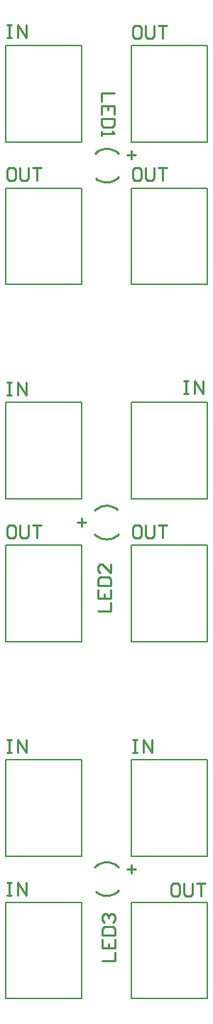
<source format=gto>
G04 Layer_Color=65535*
%FSLAX25Y25*%
%MOIN*%
G70*
G01*
G75*
%ADD16C,0.01000*%
%ADD17C,0.00787*%
D16*
X54073Y399463D02*
X54856Y398889D01*
X55703Y398415D01*
X56602Y398049D01*
X57539Y397797D01*
X58500Y397662D01*
X59471Y397646D01*
X60436Y397749D01*
X61381Y397971D01*
X62292Y398307D01*
X63154Y398753D01*
X63955Y399301D01*
X64682Y399944D01*
Y411080D02*
X63908Y411759D01*
X63051Y412331D01*
X62127Y412786D01*
X61152Y413118D01*
X60142Y413318D01*
X59114Y413386D01*
X58086Y413318D01*
X57076Y413118D01*
X56101Y412786D01*
X55177Y412331D01*
X54321Y411759D01*
X53546Y411080D01*
X54014Y64817D02*
X54797Y64243D01*
X55644Y63769D01*
X56543Y63404D01*
X57480Y63151D01*
X58442Y63016D01*
X59412Y63000D01*
X60377Y63104D01*
X61322Y63326D01*
X62233Y63662D01*
X63095Y64107D01*
X63896Y64656D01*
X64623Y65298D01*
Y76434D02*
X63849Y77113D01*
X62992Y77685D01*
X62068Y78141D01*
X61093Y78472D01*
X60083Y78673D01*
X59055Y78740D01*
X58027Y78673D01*
X57017Y78472D01*
X56042Y78141D01*
X55118Y77685D01*
X54262Y77113D01*
X53487Y76434D01*
X64101Y244140D02*
X63318Y244714D01*
X62471Y245187D01*
X61572Y245553D01*
X60635Y245806D01*
X59674Y245941D01*
X58703Y245956D01*
X57738Y245853D01*
X56793Y245631D01*
X55883Y245295D01*
X55020Y244849D01*
X54220Y244301D01*
X53492Y243658D01*
Y232523D02*
X54267Y231844D01*
X55123Y231271D01*
X56047Y230816D01*
X57022Y230485D01*
X58032Y230284D01*
X59060Y230217D01*
X60088Y230284D01*
X61098Y230485D01*
X62073Y230816D01*
X62997Y231271D01*
X63853Y231844D01*
X64628Y232523D01*
X12405Y471234D02*
X14405D01*
X13405D01*
Y465236D01*
X12405D01*
X14405D01*
X17404D02*
Y471234D01*
X21403Y465236D01*
Y471234D01*
X74479Y471222D02*
X72479D01*
X71479Y470222D01*
Y466223D01*
X72479Y465224D01*
X74479D01*
X75478Y466223D01*
Y470222D01*
X74479Y471222D01*
X77478D02*
Y466223D01*
X78477Y465224D01*
X80477D01*
X81476Y466223D01*
Y471222D01*
X83476D02*
X87474D01*
X85475D01*
Y465224D01*
X74423Y404322D02*
X72423D01*
X71424Y403322D01*
Y399323D01*
X72423Y398324D01*
X74423D01*
X75422Y399323D01*
Y403322D01*
X74423Y404322D01*
X77422D02*
Y399323D01*
X78421Y398324D01*
X80421D01*
X81420Y399323D01*
Y404322D01*
X83420D02*
X87418D01*
X85419D01*
Y398324D01*
X15430Y404322D02*
X13430D01*
X12431Y403322D01*
Y399323D01*
X13430Y398324D01*
X15430D01*
X16429Y399323D01*
Y403322D01*
X15430Y404322D01*
X18429D02*
Y399323D01*
X19429Y398324D01*
X21428D01*
X22427Y399323D01*
Y404322D01*
X24427D02*
X28425D01*
X26426D01*
Y398324D01*
X12464Y303872D02*
X14463D01*
X13464D01*
Y297874D01*
X12464D01*
X14463D01*
X17462D02*
Y303872D01*
X21461Y297874D01*
Y303872D01*
X95276Y304423D02*
X97275D01*
X96275D01*
Y298425D01*
X95276D01*
X97275D01*
X100274D02*
Y304423D01*
X104273Y298425D01*
Y304423D01*
X74499Y236872D02*
X72500D01*
X71500Y235872D01*
Y231874D01*
X72500Y230874D01*
X74499D01*
X75499Y231874D01*
Y235872D01*
X74499Y236872D01*
X77498D02*
Y231874D01*
X78498Y230874D01*
X80497D01*
X81497Y231874D01*
Y236872D01*
X83496D02*
X87495D01*
X85496D01*
Y230874D01*
X15399Y236872D02*
X13400D01*
X12400Y235872D01*
Y231874D01*
X13400Y230874D01*
X15399D01*
X16399Y231874D01*
Y235872D01*
X15399Y236872D01*
X18398D02*
Y231874D01*
X19398Y230874D01*
X21397D01*
X22397Y231874D01*
Y236872D01*
X24396D02*
X28395D01*
X26395D01*
Y230874D01*
X71455Y136198D02*
X73454D01*
X72455D01*
Y130200D01*
X71455D01*
X73454D01*
X76454D02*
Y136198D01*
X80452Y130200D01*
Y136198D01*
X12445D02*
X14444D01*
X13445D01*
Y130200D01*
X12445D01*
X14444D01*
X17443D02*
Y136198D01*
X21442Y130200D01*
Y136198D01*
X12400Y69198D02*
X14399D01*
X13400D01*
Y63200D01*
X12400D01*
X14399D01*
X17398D02*
Y69198D01*
X21397Y63200D01*
Y69198D01*
X92369Y68597D02*
X90370D01*
X89370Y67597D01*
Y63598D01*
X90370Y62598D01*
X92369D01*
X93369Y63598D01*
Y67597D01*
X92369Y68597D01*
X95368D02*
Y63598D01*
X96368Y62598D01*
X98367D01*
X99367Y63598D01*
Y68597D01*
X101366D02*
X105365D01*
X103366D01*
Y62598D01*
X62652Y439370D02*
X56653D01*
Y435371D01*
X62652Y429373D02*
Y433372D01*
X56653D01*
Y429373D01*
X59653Y433372D02*
Y431373D01*
X62652Y427374D02*
X56653D01*
Y424375D01*
X57653Y423375D01*
X61652D01*
X62652Y424375D01*
Y427374D01*
X56653Y421376D02*
Y419377D01*
Y420376D01*
X62652D01*
X61652Y421376D01*
X55026Y196457D02*
X61024D01*
Y200455D01*
X55026Y206453D02*
Y202455D01*
X61024D01*
Y206453D01*
X58025Y202455D02*
Y204454D01*
X55026Y208453D02*
X61024D01*
Y211452D01*
X60024Y212452D01*
X56025D01*
X55026Y211452D01*
Y208453D01*
X61024Y218450D02*
Y214451D01*
X57025Y218450D01*
X56025D01*
X55026Y217450D01*
Y215451D01*
X56025Y214451D01*
X56994Y32283D02*
X62992D01*
Y36282D01*
X56994Y42280D02*
Y38282D01*
X62992D01*
Y42280D01*
X59993Y38282D02*
Y40281D01*
X56994Y44280D02*
X62992D01*
Y47279D01*
X61992Y48278D01*
X57994D01*
X56994Y47279D01*
Y44280D01*
X57994Y50278D02*
X56994Y51277D01*
Y53277D01*
X57994Y54276D01*
X58993D01*
X59993Y53277D01*
Y52277D01*
Y53277D01*
X60993Y54276D01*
X61992D01*
X62992Y53277D01*
Y51277D01*
X61992Y50278D01*
X72835Y410387D02*
X68836D01*
X70835Y408387D02*
Y412386D01*
X72835Y75347D02*
X68836D01*
X70835Y73348D02*
Y77347D01*
X45280Y238137D02*
X49279D01*
X47280Y240136D02*
Y236137D01*
D17*
X47244Y14567D02*
Y59842D01*
X11811Y14567D02*
X47244D01*
X11811D02*
Y59842D01*
X47244D01*
Y81496D02*
Y126772D01*
X11811Y81496D02*
X47244D01*
X11811D02*
Y126772D01*
X47244D01*
X106299Y81496D02*
Y126772D01*
X70866Y81496D02*
X106299D01*
X70866D02*
Y126772D01*
X106299D01*
X47244Y349606D02*
Y394882D01*
X11811Y349606D02*
X47244D01*
X11811D02*
Y394882D01*
X47244D01*
X106299Y349606D02*
Y394882D01*
X70866Y349606D02*
X106299D01*
X70866D02*
Y394882D01*
X106299D01*
X47244Y182217D02*
Y227492D01*
X11811Y182217D02*
X47244D01*
X11811D02*
Y227492D01*
X47244D01*
X106299Y182217D02*
Y227492D01*
X70866Y182217D02*
X106299D01*
X70866D02*
Y227492D01*
X106299D01*
X47244Y249213D02*
Y294488D01*
X11811Y249213D02*
X47244D01*
X11811D02*
Y294488D01*
X47244D01*
Y416535D02*
Y461811D01*
X11811Y416535D02*
X47244D01*
X11811D02*
Y461811D01*
X47244D01*
X106299Y416535D02*
Y461811D01*
X70866Y416535D02*
X106299D01*
X70866D02*
Y461811D01*
X106299D01*
Y249213D02*
Y294488D01*
X70866Y249213D02*
X106299D01*
X70866D02*
Y294488D01*
X106299D01*
Y14567D02*
Y59842D01*
X70866Y14567D02*
X106299D01*
X70866D02*
Y59842D01*
X106299D01*
M02*

</source>
